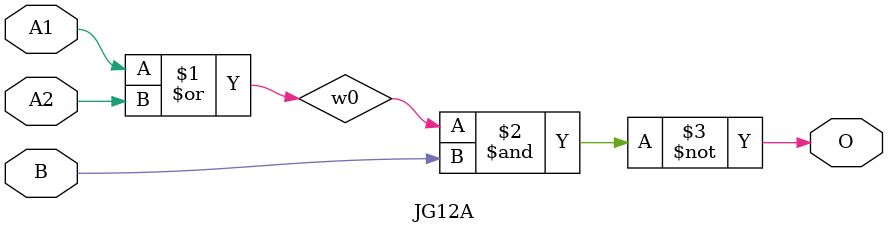
<source format=v>
module JG12A(A1, A2, B, O);
input   A1;
input   A2;
input   B;
output  O;
or g0(w0, A1, A2);
nand g1(O, w0, B);
endmodule
</source>
